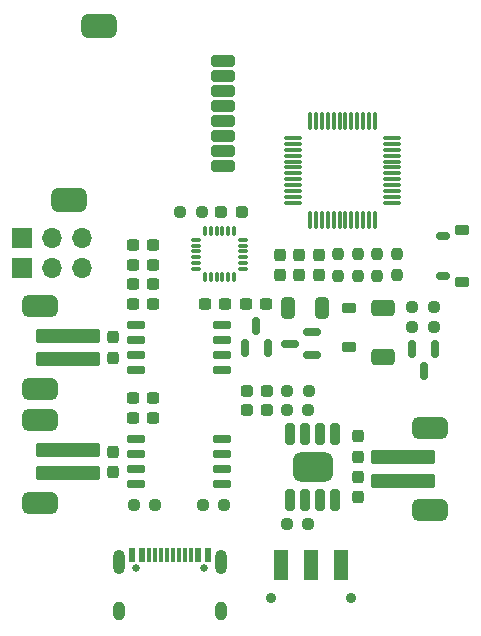
<source format=gbr>
%TF.GenerationSoftware,KiCad,Pcbnew,(7.0.0)*%
%TF.CreationDate,2023-06-08T15:27:58+08:00*%
%TF.ProjectId,Board_Car_V0_2,426f6172-645f-4436-9172-5f56305f322e,rev?*%
%TF.SameCoordinates,Original*%
%TF.FileFunction,Soldermask,Top*%
%TF.FilePolarity,Negative*%
%FSLAX46Y46*%
G04 Gerber Fmt 4.6, Leading zero omitted, Abs format (unit mm)*
G04 Created by KiCad (PCBNEW (7.0.0)) date 2023-06-08 15:27:58*
%MOMM*%
%LPD*%
G01*
G04 APERTURE LIST*
G04 Aperture macros list*
%AMRoundRect*
0 Rectangle with rounded corners*
0 $1 Rounding radius*
0 $2 $3 $4 $5 $6 $7 $8 $9 X,Y pos of 4 corners*
0 Add a 4 corners polygon primitive as box body*
4,1,4,$2,$3,$4,$5,$6,$7,$8,$9,$2,$3,0*
0 Add four circle primitives for the rounded corners*
1,1,$1+$1,$2,$3*
1,1,$1+$1,$4,$5*
1,1,$1+$1,$6,$7*
1,1,$1+$1,$8,$9*
0 Add four rect primitives between the rounded corners*
20,1,$1+$1,$2,$3,$4,$5,0*
20,1,$1+$1,$4,$5,$6,$7,0*
20,1,$1+$1,$6,$7,$8,$9,0*
20,1,$1+$1,$8,$9,$2,$3,0*%
G04 Aperture macros list end*
%ADD10RoundRect,0.450000X-1.050000X0.450000X-1.050000X-0.450000X1.050000X-0.450000X1.050000X0.450000X0*%
%ADD11RoundRect,0.300000X-2.450000X0.300000X-2.450000X-0.300000X2.450000X-0.300000X2.450000X0.300000X0*%
%ADD12O,1.700000X1.700000*%
%ADD13R,1.700000X1.700000*%
%ADD14RoundRect,0.300000X2.450000X-0.300000X2.450000X0.300000X-2.450000X0.300000X-2.450000X-0.300000X0*%
%ADD15RoundRect,0.450000X1.050000X-0.450000X1.050000X0.450000X-1.050000X0.450000X-1.050000X-0.450000X0*%
%ADD16R,0.300000X1.150000*%
%ADD17R,0.600000X1.150000*%
%ADD18O,1.000000X1.600000*%
%ADD19O,1.000000X2.100000*%
%ADD20C,0.650000*%
%ADD21RoundRect,0.150000X-0.650000X-0.150000X0.650000X-0.150000X0.650000X0.150000X-0.650000X0.150000X0*%
%ADD22RoundRect,0.075000X-0.662500X-0.075000X0.662500X-0.075000X0.662500X0.075000X-0.662500X0.075000X0*%
%ADD23RoundRect,0.075000X-0.075000X-0.662500X0.075000X-0.662500X0.075000X0.662500X-0.075000X0.662500X0*%
%ADD24RoundRect,0.250000X0.750000X-0.250000X0.750000X0.250000X-0.750000X0.250000X-0.750000X-0.250000X0*%
%ADD25RoundRect,0.500000X1.000000X-0.500000X1.000000X0.500000X-1.000000X0.500000X-1.000000X-0.500000X0*%
%ADD26RoundRect,0.075000X-0.075000X0.350000X-0.075000X-0.350000X0.075000X-0.350000X0.075000X0.350000X0*%
%ADD27RoundRect,0.075000X-0.350000X-0.075000X0.350000X-0.075000X0.350000X0.075000X-0.350000X0.075000X0*%
%ADD28RoundRect,0.200000X0.200000X-0.700000X0.200000X0.700000X-0.200000X0.700000X-0.200000X-0.700000X0*%
%ADD29RoundRect,0.625000X1.075000X-0.625000X1.075000X0.625000X-1.075000X0.625000X-1.075000X-0.625000X0*%
%ADD30RoundRect,0.150000X0.587500X0.150000X-0.587500X0.150000X-0.587500X-0.150000X0.587500X-0.150000X0*%
%ADD31C,0.900000*%
%ADD32R,1.250000X2.500000*%
%ADD33RoundRect,0.150000X-0.450000X0.150000X-0.450000X-0.150000X0.450000X-0.150000X0.450000X0.150000X0*%
%ADD34RoundRect,0.200000X-0.425000X0.200000X-0.425000X-0.200000X0.425000X-0.200000X0.425000X0.200000X0*%
%ADD35RoundRect,0.237500X-0.237500X0.250000X-0.237500X-0.250000X0.237500X-0.250000X0.237500X0.250000X0*%
%ADD36RoundRect,0.237500X0.237500X-0.250000X0.237500X0.250000X-0.237500X0.250000X-0.237500X-0.250000X0*%
%ADD37RoundRect,0.237500X-0.250000X-0.237500X0.250000X-0.237500X0.250000X0.237500X-0.250000X0.237500X0*%
%ADD38RoundRect,0.237500X0.250000X0.237500X-0.250000X0.237500X-0.250000X-0.237500X0.250000X-0.237500X0*%
%ADD39RoundRect,0.150000X-0.150000X0.587500X-0.150000X-0.587500X0.150000X-0.587500X0.150000X0.587500X0*%
%ADD40RoundRect,0.150000X0.150000X-0.587500X0.150000X0.587500X-0.150000X0.587500X-0.150000X-0.587500X0*%
%ADD41RoundRect,0.225000X-0.375000X0.225000X-0.375000X-0.225000X0.375000X-0.225000X0.375000X0.225000X0*%
%ADD42RoundRect,0.237500X0.287500X0.237500X-0.287500X0.237500X-0.287500X-0.237500X0.287500X-0.237500X0*%
%ADD43RoundRect,0.237500X-0.237500X0.300000X-0.237500X-0.300000X0.237500X-0.300000X0.237500X0.300000X0*%
%ADD44RoundRect,0.237500X0.300000X0.237500X-0.300000X0.237500X-0.300000X-0.237500X0.300000X-0.237500X0*%
%ADD45RoundRect,0.250000X0.325000X0.650000X-0.325000X0.650000X-0.325000X-0.650000X0.325000X-0.650000X0*%
%ADD46RoundRect,0.237500X-0.300000X-0.237500X0.300000X-0.237500X0.300000X0.237500X-0.300000X0.237500X0*%
%ADD47RoundRect,0.350000X-0.650000X0.350000X-0.650000X-0.350000X0.650000X-0.350000X0.650000X0.350000X0*%
G04 APERTURE END LIST*
D10*
%TO.C,M2*%
X164401000Y-89733000D03*
X164401000Y-82733000D03*
D11*
X166751000Y-85233000D03*
X166751000Y-87233000D03*
%TD*%
D10*
%TO.C,M1*%
X164401000Y-80097000D03*
X164401000Y-73097000D03*
D11*
X166751000Y-75597000D03*
X166751000Y-77597000D03*
%TD*%
D12*
%TO.C,J2*%
X167893999Y-67309999D03*
X165353999Y-67309999D03*
D13*
X162813999Y-67309999D03*
%TD*%
D12*
%TO.C,J1*%
X167893999Y-69849999D03*
X165353999Y-69849999D03*
D13*
X162813999Y-69849999D03*
%TD*%
D14*
%TO.C,BT1*%
X195072000Y-85868000D03*
X195072000Y-87868000D03*
D15*
X197422000Y-90368000D03*
X197422000Y-83368000D03*
%TD*%
D16*
%TO.C,USB1*%
X176636999Y-94184999D03*
X174636999Y-94184999D03*
X176136999Y-94184999D03*
X177136999Y-94184999D03*
D17*
X177786999Y-94184999D03*
X178586999Y-94184999D03*
D16*
X173636999Y-94184999D03*
X175636999Y-94184999D03*
X175136999Y-94184999D03*
X174136999Y-94184999D03*
D17*
X172986999Y-94184999D03*
X172186999Y-94184999D03*
D18*
X179706999Y-98929999D03*
D19*
X179706999Y-94749999D03*
D18*
X171066999Y-98929999D03*
D19*
X171066999Y-94749999D03*
D20*
X172497000Y-95250000D03*
X178277000Y-95250000D03*
%TD*%
D21*
%TO.C,U7*%
X172549000Y-84328000D03*
X172549000Y-85598000D03*
X172549000Y-86868000D03*
X172549000Y-88138000D03*
X179749000Y-88138000D03*
X179749000Y-86868000D03*
X179749000Y-85598000D03*
X179749000Y-84328000D03*
%TD*%
%TO.C,U6*%
X172549000Y-74676000D03*
X172549000Y-75946000D03*
X172549000Y-77216000D03*
X172549000Y-78486000D03*
X179749000Y-78486000D03*
X179749000Y-77216000D03*
X179749000Y-75946000D03*
X179749000Y-74676000D03*
%TD*%
D22*
%TO.C,U5*%
X185825500Y-58845000D03*
X185825500Y-59345000D03*
X185825500Y-59845000D03*
X185825500Y-60345000D03*
X185825500Y-60845000D03*
X185825500Y-61345000D03*
X185825500Y-61845000D03*
X185825500Y-62345000D03*
X185825500Y-62845000D03*
X185825500Y-63345000D03*
X185825500Y-63845000D03*
X185825500Y-64345000D03*
D23*
X187238000Y-65757500D03*
X187738000Y-65757500D03*
X188238000Y-65757500D03*
X188738000Y-65757500D03*
X189238000Y-65757500D03*
X189738000Y-65757500D03*
X190238000Y-65757500D03*
X190738000Y-65757500D03*
X191238000Y-65757500D03*
X191738000Y-65757500D03*
X192238000Y-65757500D03*
X192738000Y-65757500D03*
D22*
X194150500Y-64345000D03*
X194150500Y-63845000D03*
X194150500Y-63345000D03*
X194150500Y-62845000D03*
X194150500Y-62345000D03*
X194150500Y-61845000D03*
X194150500Y-61345000D03*
X194150500Y-60845000D03*
X194150500Y-60345000D03*
X194150500Y-59845000D03*
X194150500Y-59345000D03*
X194150500Y-58845000D03*
D23*
X192738000Y-57432500D03*
X192238000Y-57432500D03*
X191738000Y-57432500D03*
X191238000Y-57432500D03*
X190738000Y-57432500D03*
X190238000Y-57432500D03*
X189738000Y-57432500D03*
X189238000Y-57432500D03*
X188738000Y-57432500D03*
X188238000Y-57432500D03*
X187738000Y-57432500D03*
X187238000Y-57432500D03*
%TD*%
D24*
%TO.C,U4*%
X179870000Y-61214000D03*
X179870000Y-59944000D03*
X179870000Y-58674000D03*
X179870000Y-57404000D03*
X179870000Y-56134000D03*
X179870000Y-54864000D03*
X179870000Y-53594000D03*
X179870000Y-52324000D03*
D25*
X169370000Y-49403000D03*
X166870000Y-64135000D03*
%TD*%
D26*
%TO.C,U3*%
X180828000Y-66757000D03*
X180328000Y-66757000D03*
X179828000Y-66757000D03*
X179328000Y-66757000D03*
X178828000Y-66757000D03*
X178328000Y-66757000D03*
D27*
X177628000Y-67457000D03*
X177628000Y-67957000D03*
X177628000Y-68457000D03*
X177628000Y-68957000D03*
X177628000Y-69457000D03*
X177628000Y-69957000D03*
D26*
X178328000Y-70657000D03*
X178828000Y-70657000D03*
X179328000Y-70657000D03*
X179828000Y-70657000D03*
X180328000Y-70657000D03*
X180828000Y-70657000D03*
D27*
X181528000Y-69957000D03*
X181528000Y-69457000D03*
X181528000Y-68957000D03*
X181528000Y-68457000D03*
X181528000Y-67957000D03*
X181528000Y-67457000D03*
%TD*%
D28*
%TO.C,U2*%
X185547000Y-89541000D03*
X186817000Y-89541000D03*
X188087000Y-89541000D03*
X189357000Y-89541000D03*
X189357000Y-83941000D03*
X188087000Y-83941000D03*
X186817000Y-83941000D03*
X185547000Y-83941000D03*
D29*
X187452000Y-86741000D03*
%TD*%
D30*
%TO.C,U1*%
X187403500Y-77216000D03*
X187403500Y-75316000D03*
X185528500Y-76266000D03*
%TD*%
D31*
%TO.C,SW2*%
X183925000Y-97790000D03*
X190725000Y-97790000D03*
D32*
X184824999Y-95039999D03*
X187324999Y-95039999D03*
X189824999Y-95039999D03*
%TD*%
D33*
%TO.C,SW1*%
X198471000Y-67134000D03*
X198471000Y-70534000D03*
D34*
X200146000Y-66634000D03*
X200146000Y-71034000D03*
%TD*%
D35*
%TO.C,R12*%
X194580000Y-68660000D03*
X194580000Y-70485000D03*
%TD*%
%TO.C,R11*%
X192929000Y-68683500D03*
X192929000Y-70508500D03*
%TD*%
D36*
%TO.C,R10*%
X191278000Y-70508500D03*
X191278000Y-68683500D03*
%TD*%
%TO.C,R9*%
X189627000Y-70508500D03*
X189627000Y-68683500D03*
%TD*%
D37*
%TO.C,R8*%
X195871500Y-74833000D03*
X197696500Y-74833000D03*
%TD*%
%TO.C,R7*%
X195871500Y-73182000D03*
X197696500Y-73182000D03*
%TD*%
D38*
%TO.C,R6*%
X176252500Y-65151000D03*
X178077500Y-65151000D03*
%TD*%
%TO.C,R5*%
X187118000Y-80264000D03*
X185293000Y-80264000D03*
%TD*%
%TO.C,R4*%
X187094500Y-81915000D03*
X185269500Y-81915000D03*
%TD*%
D37*
%TO.C,R3*%
X178157500Y-89916000D03*
X179982500Y-89916000D03*
%TD*%
D38*
%TO.C,R2*%
X174140500Y-89916000D03*
X172315500Y-89916000D03*
%TD*%
D37*
%TO.C,R1*%
X185269500Y-91567000D03*
X187094500Y-91567000D03*
%TD*%
D39*
%TO.C,Q1*%
X197800000Y-76738000D03*
X195900000Y-76738000D03*
X196850000Y-78613000D03*
%TD*%
D40*
%TO.C,D5*%
X181742000Y-76634500D03*
X183642000Y-76634500D03*
X182692000Y-74759500D03*
%TD*%
D41*
%TO.C,D4*%
X190500000Y-73280000D03*
X190500000Y-76580000D03*
%TD*%
D42*
%TO.C,D3*%
X179719000Y-65151000D03*
X181469000Y-65151000D03*
%TD*%
%TO.C,D2*%
X183628000Y-80264000D03*
X181878000Y-80264000D03*
%TD*%
%TO.C,D1*%
X183628000Y-81915000D03*
X181878000Y-81915000D03*
%TD*%
D43*
%TO.C,C18*%
X170561000Y-85397000D03*
X170561000Y-87122000D03*
%TD*%
%TO.C,C17*%
X170561000Y-75718500D03*
X170561000Y-77443500D03*
%TD*%
%TO.C,C16*%
X186309000Y-68733500D03*
X186309000Y-70458500D03*
%TD*%
%TO.C,C15*%
X187976000Y-68733500D03*
X187976000Y-70458500D03*
%TD*%
D44*
%TO.C,C14*%
X173963500Y-80899000D03*
X172238500Y-80899000D03*
%TD*%
%TO.C,C13*%
X173963500Y-71247000D03*
X172238500Y-71247000D03*
%TD*%
D45*
%TO.C,C12*%
X188292000Y-73284000D03*
X185342000Y-73284000D03*
%TD*%
D44*
%TO.C,C11*%
X173963500Y-82550000D03*
X172238500Y-82550000D03*
%TD*%
%TO.C,C10*%
X173963500Y-72898000D03*
X172238500Y-72898000D03*
%TD*%
%TO.C,C9*%
X173963500Y-69596000D03*
X172238500Y-69596000D03*
%TD*%
D43*
%TO.C,C8*%
X184658000Y-68733500D03*
X184658000Y-70458500D03*
%TD*%
D46*
%TO.C,C7*%
X178334500Y-72898000D03*
X180059500Y-72898000D03*
%TD*%
%TO.C,C6*%
X172238500Y-67945000D03*
X173963500Y-67945000D03*
%TD*%
D43*
%TO.C,C5*%
X191307800Y-84100500D03*
X191307800Y-85825500D03*
%TD*%
%TO.C,C2*%
X191307800Y-87529500D03*
X191307800Y-89254500D03*
%TD*%
D44*
%TO.C,C1*%
X183554500Y-72903000D03*
X181829500Y-72903000D03*
%TD*%
D47*
%TO.C,BZ1*%
X193421000Y-73211000D03*
X193421000Y-77411000D03*
%TD*%
M02*

</source>
